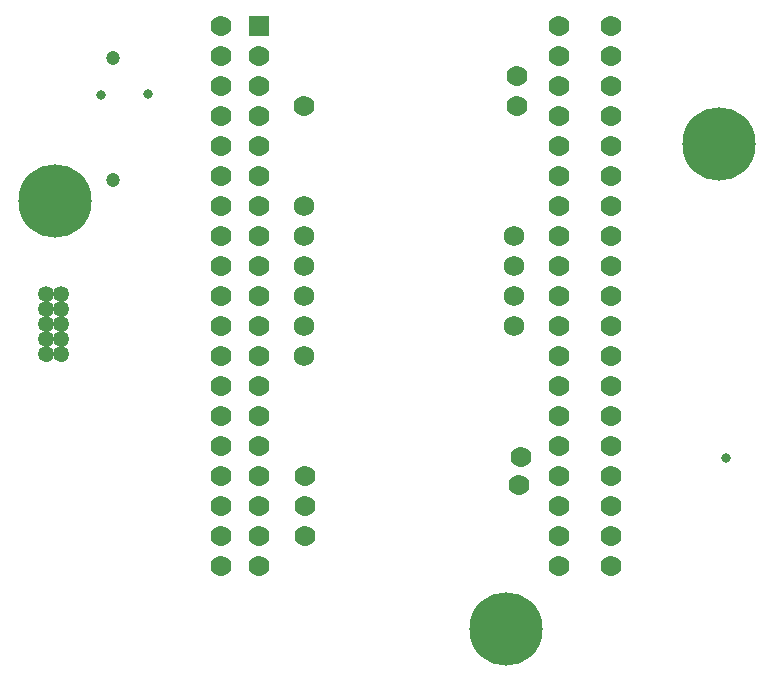
<source format=gbs>
G04*
G04 #@! TF.GenerationSoftware,Altium Limited,Altium Designer,21.2.0 (30)*
G04*
G04 Layer_Color=16711935*
%FSLAX25Y25*%
%MOIN*%
G70*
G04*
G04 #@! TF.SameCoordinates,B96C5F5D-6F64-4CBB-A979-4CA2DAF74F4E*
G04*
G04*
G04 #@! TF.FilePolarity,Negative*
G04*
G01*
G75*
%ADD19C,0.00000*%
%ADD24C,0.06942*%
%ADD25C,0.06800*%
%ADD26R,0.06942X0.06942*%
%ADD27C,0.05300*%
%ADD28C,0.24422*%
%ADD29C,0.04737*%
%ADD30C,0.03162*%
D19*
X265067Y374744D02*
X264855Y375740D01*
X264257Y376564D01*
X263375Y377073D01*
X262362Y377180D01*
X261394Y376865D01*
X260637Y376184D01*
X260223Y375253D01*
Y374235D01*
X260637Y373305D01*
X261394Y372623D01*
X262362Y372308D01*
X263375Y372415D01*
X264257Y372924D01*
X264855Y373748D01*
X265067Y374744D01*
X270067D02*
X269855Y375740D01*
X269257Y376564D01*
X268375Y377073D01*
X267362Y377180D01*
X266394Y376865D01*
X265637Y376184D01*
X265223Y375253D01*
Y374235D01*
X265637Y373305D01*
X266394Y372623D01*
X267362Y372308D01*
X268375Y372415D01*
X269257Y372924D01*
X269855Y373748D01*
X270067Y374744D01*
X265067Y379744D02*
X264855Y380740D01*
X264257Y381564D01*
X263375Y382073D01*
X262362Y382180D01*
X261394Y381865D01*
X260637Y381184D01*
X260223Y380253D01*
Y379235D01*
X260637Y378305D01*
X261394Y377623D01*
X262362Y377309D01*
X263375Y377415D01*
X264257Y377924D01*
X264855Y378748D01*
X265067Y379744D01*
X270067D02*
X269855Y380740D01*
X269257Y381564D01*
X268375Y382073D01*
X267362Y382180D01*
X266394Y381865D01*
X265637Y381184D01*
X265223Y380253D01*
Y379235D01*
X265637Y378305D01*
X266394Y377623D01*
X267362Y377309D01*
X268375Y377415D01*
X269257Y377924D01*
X269855Y378748D01*
X270067Y379744D01*
X265067Y384744D02*
X264855Y385740D01*
X264257Y386564D01*
X263375Y387073D01*
X262362Y387180D01*
X261394Y386865D01*
X260637Y386184D01*
X260223Y385253D01*
Y384235D01*
X260637Y383305D01*
X261394Y382623D01*
X262362Y382309D01*
X263375Y382415D01*
X264257Y382924D01*
X264855Y383748D01*
X265067Y384744D01*
X270067D02*
X269855Y385740D01*
X269257Y386564D01*
X268375Y387073D01*
X267362Y387180D01*
X266394Y386865D01*
X265637Y386184D01*
X265223Y385253D01*
Y384235D01*
X265637Y383305D01*
X266394Y382623D01*
X267362Y382309D01*
X268375Y382415D01*
X269257Y382924D01*
X269855Y383748D01*
X270067Y384744D01*
X265067Y389744D02*
X264855Y390740D01*
X264257Y391564D01*
X263375Y392073D01*
X262362Y392180D01*
X261394Y391865D01*
X260637Y391184D01*
X260223Y390253D01*
Y389235D01*
X260637Y388305D01*
X261394Y387623D01*
X262362Y387309D01*
X263375Y387415D01*
X264257Y387924D01*
X264855Y388748D01*
X265067Y389744D01*
X270067D02*
X269855Y390740D01*
X269257Y391564D01*
X268375Y392073D01*
X267362Y392180D01*
X266394Y391865D01*
X265637Y391184D01*
X265223Y390253D01*
Y389235D01*
X265637Y388305D01*
X266394Y387623D01*
X267362Y387309D01*
X268375Y387415D01*
X269257Y387924D01*
X269855Y388748D01*
X270067Y389744D01*
X265067Y394744D02*
X264855Y395740D01*
X264257Y396564D01*
X263375Y397073D01*
X262362Y397180D01*
X261394Y396865D01*
X260637Y396184D01*
X260223Y395253D01*
Y394235D01*
X260637Y393305D01*
X261394Y392623D01*
X262362Y392308D01*
X263375Y392415D01*
X264257Y392924D01*
X264855Y393748D01*
X265067Y394744D01*
X270067D02*
X269855Y395740D01*
X269257Y396564D01*
X268375Y397073D01*
X267362Y397180D01*
X266394Y396865D01*
X265637Y396184D01*
X265223Y395253D01*
Y394235D01*
X265637Y393305D01*
X266394Y392623D01*
X267362Y392308D01*
X268375Y392415D01*
X269257Y392924D01*
X269855Y393748D01*
X270067Y394744D01*
D24*
X349000Y314000D02*
D03*
Y324000D02*
D03*
Y334000D02*
D03*
X320952Y304000D02*
D03*
Y314000D02*
D03*
X450952Y304000D02*
D03*
X320952Y324000D02*
D03*
X450952Y314000D02*
D03*
X320952Y334000D02*
D03*
X450952Y324000D02*
D03*
X320952Y344000D02*
D03*
X450952Y334000D02*
D03*
X320952Y354000D02*
D03*
X450952Y344000D02*
D03*
X320952Y364000D02*
D03*
X450952Y354000D02*
D03*
X320952Y374000D02*
D03*
X450952Y364000D02*
D03*
X320952Y384000D02*
D03*
X450952Y374000D02*
D03*
X320952Y394000D02*
D03*
X450952Y384000D02*
D03*
X320952Y404000D02*
D03*
X450952Y394000D02*
D03*
X320952Y414000D02*
D03*
X450952Y404000D02*
D03*
X320952Y424000D02*
D03*
X450952Y414000D02*
D03*
X320952Y434000D02*
D03*
X450952Y424000D02*
D03*
X320952Y444000D02*
D03*
X450952Y434000D02*
D03*
X320952Y454000D02*
D03*
X450952Y444000D02*
D03*
X320952Y464000D02*
D03*
X450952Y454000D02*
D03*
X320952Y474000D02*
D03*
X450952Y464000D02*
D03*
X320952Y484000D02*
D03*
X450952D02*
D03*
Y474000D02*
D03*
X433658Y424000D02*
D03*
Y484000D02*
D03*
X333658Y324000D02*
D03*
Y334000D02*
D03*
Y344000D02*
D03*
Y354000D02*
D03*
Y364000D02*
D03*
Y374000D02*
D03*
Y384000D02*
D03*
Y304000D02*
D03*
Y314000D02*
D03*
X433658Y304000D02*
D03*
Y314000D02*
D03*
Y324000D02*
D03*
Y334000D02*
D03*
Y344000D02*
D03*
Y354000D02*
D03*
Y364000D02*
D03*
Y374000D02*
D03*
X333658Y394000D02*
D03*
X433658Y384000D02*
D03*
X333658Y404000D02*
D03*
X433658Y394000D02*
D03*
X333658Y414000D02*
D03*
X433658Y404000D02*
D03*
X333658Y424000D02*
D03*
X433658Y414000D02*
D03*
X333658Y434000D02*
D03*
Y444000D02*
D03*
X433658Y434000D02*
D03*
X333658Y454000D02*
D03*
X433658Y444000D02*
D03*
X333658Y464000D02*
D03*
X433658Y454000D02*
D03*
X333658Y474000D02*
D03*
X433658Y464000D02*
D03*
Y474000D02*
D03*
X420500Y331000D02*
D03*
X421000Y340500D02*
D03*
X348614Y457236D02*
D03*
X419614D02*
D03*
Y467236D02*
D03*
D25*
X348657Y404000D02*
D03*
Y424000D02*
D03*
X418657Y414000D02*
D03*
Y404000D02*
D03*
X348657Y414000D02*
D03*
X418657Y394000D02*
D03*
Y384000D02*
D03*
X348657Y374000D02*
D03*
Y384000D02*
D03*
Y394000D02*
D03*
D26*
X333658Y484000D02*
D03*
D27*
X262618Y394744D02*
D03*
Y374744D02*
D03*
X267618D02*
D03*
X262618Y379744D02*
D03*
X267618D02*
D03*
X262618Y384744D02*
D03*
X267618D02*
D03*
X262618Y389744D02*
D03*
X267618D02*
D03*
Y394744D02*
D03*
D28*
X416000Y283000D02*
D03*
X265748Y425689D02*
D03*
X487106Y444783D02*
D03*
D29*
X285138Y432776D02*
D03*
X285039Y473425D02*
D03*
D30*
X280906Y461122D02*
D03*
X296654Y461319D02*
D03*
X489441Y340191D02*
D03*
M02*

</source>
